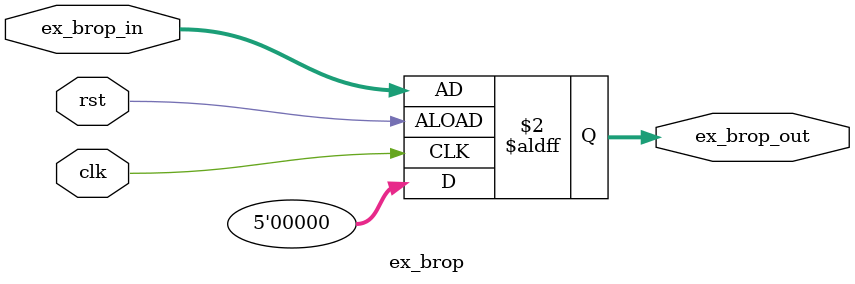
<source format=sv>
module ex_brop(
    input logic clk,
    input logic rst,
    input logic [4:0] ex_brop_in = 5'b0, 
    output logic [4:0] ex_brop_out
     
);

    always_ff @(posedge clk or negedge rst) begin
        if (rst) begin
            ex_brop_out <= 5'b0; 
        end else begin
            ex_brop_out <= ex_brop_in; 
        end
    end
endmodule
</source>
